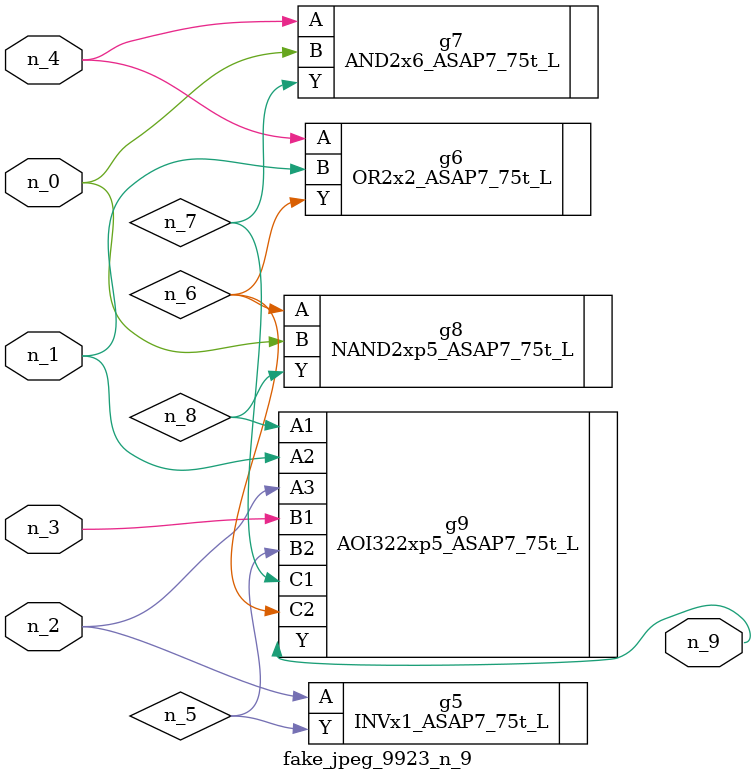
<source format=v>
module fake_jpeg_9923_n_9 (n_3, n_2, n_1, n_0, n_4, n_9);

input n_3;
input n_2;
input n_1;
input n_0;
input n_4;

output n_9;

wire n_8;
wire n_6;
wire n_5;
wire n_7;

INVx1_ASAP7_75t_L g5 ( 
.A(n_2),
.Y(n_5)
);

OR2x2_ASAP7_75t_L g6 ( 
.A(n_4),
.B(n_1),
.Y(n_6)
);

AND2x6_ASAP7_75t_L g7 ( 
.A(n_4),
.B(n_0),
.Y(n_7)
);

NAND2xp5_ASAP7_75t_L g8 ( 
.A(n_6),
.B(n_0),
.Y(n_8)
);

AOI322xp5_ASAP7_75t_L g9 ( 
.A1(n_8),
.A2(n_1),
.A3(n_2),
.B1(n_3),
.B2(n_5),
.C1(n_7),
.C2(n_6),
.Y(n_9)
);


endmodule
</source>
